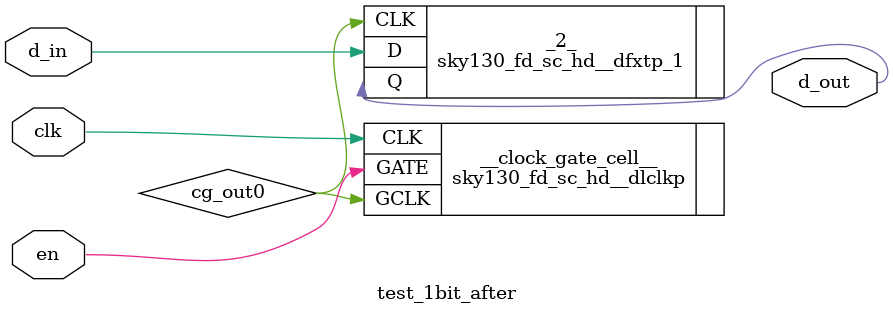
<source format=v>


module test_1bit_after
(
  d_in,
  clk,
  en,
  d_out
);

  wire cg_out0;
  wire _0_;
  input clk;
  input d_in;
  output d_out;
  input en;

  sky130_fd_sc_hd__dlclkp
  __clock_gate_cell__
  (
    .GCLK(cg_out0),
    .GATE(en),
    .CLK(clk)
  );


  sky130_fd_sc_hd__dfxtp_1
  _2_
  (
    .CLK(cg_out0),
    .D(d_in),
    .Q(d_out)
  );


endmodule


</source>
